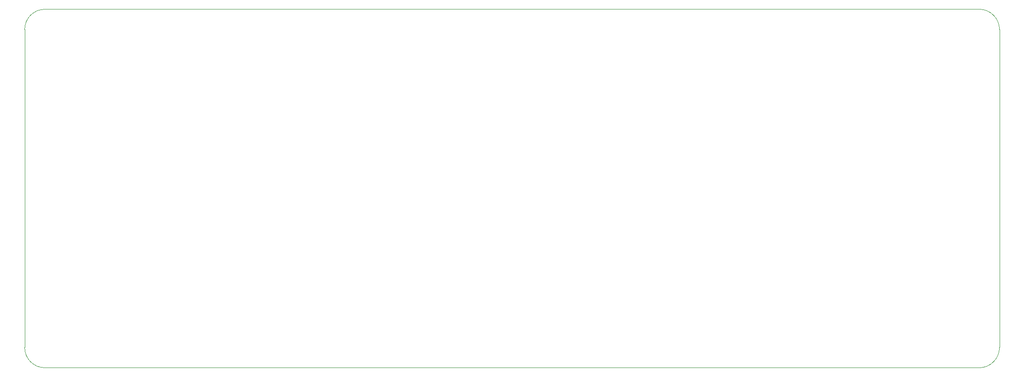
<source format=gm1>
%TF.GenerationSoftware,KiCad,Pcbnew,7.0.7*%
%TF.CreationDate,2023-11-25T21:21:33+09:00*%
%TF.ProjectId,StylophoneV1,5374796c-6f70-4686-9f6e-6556312e6b69,rev?*%
%TF.SameCoordinates,Original*%
%TF.FileFunction,Profile,NP*%
%FSLAX46Y46*%
G04 Gerber Fmt 4.6, Leading zero omitted, Abs format (unit mm)*
G04 Created by KiCad (PCBNEW 7.0.7) date 2023-11-25 21:21:33*
%MOMM*%
%LPD*%
G01*
G04 APERTURE LIST*
%TA.AperFunction,Profile*%
%ADD10C,0.100000*%
%TD*%
G04 APERTURE END LIST*
D10*
X60960000Y-64770000D02*
G75*
G03*
X57150000Y-68580000I0J-3810000D01*
G01*
X57150000Y-128270000D02*
G75*
G03*
X60960000Y-132080000I3810000J0D01*
G01*
X236220000Y-132080000D02*
G75*
G03*
X240030000Y-128270000I0J3810000D01*
G01*
X240030000Y-68580000D02*
G75*
G03*
X236220000Y-64770000I-3810000J0D01*
G01*
X236220000Y-64770000D02*
X60960000Y-64770000D01*
X240030000Y-128270000D02*
X240030000Y-68580000D01*
X60960000Y-132080000D02*
X236220000Y-132080000D01*
X57150000Y-68580000D02*
X57150000Y-128270000D01*
M02*

</source>
